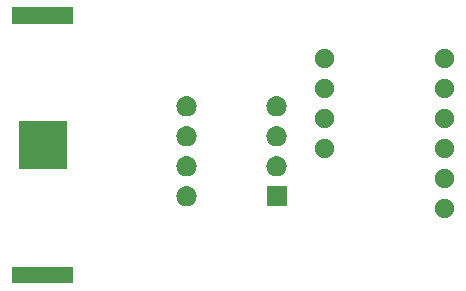
<source format=gbs>
%TF.GenerationSoftware,KiCad,Pcbnew,5.0.0+dfsg1-2*%
%TF.CreationDate,2018-11-25T17:27:35+01:00*%
%TF.ProjectId,LoRa Environmental Sensors,4C6F526120456E7669726F6E6D656E74,01*%
%TF.SameCoordinates,Original*%
%TF.FileFunction,Soldermask,Bot*%
%TF.FilePolarity,Negative*%
%FSLAX46Y46*%
G04 Gerber Fmt 4.6, Leading zero omitted, Abs format (unit mm)*
G04 Created by KiCad (PCBNEW 5.0.0+dfsg1-2) date Sun Nov 25 17:27:35 2018*
%MOMM*%
%LPD*%
G01*
G04 APERTURE LIST*
%ADD10C,0.150000*%
G04 APERTURE END LIST*
D10*
G36*
X142925800Y-89140800D02*
X137744200Y-89140800D01*
X137744200Y-87769200D01*
X142925800Y-87769200D01*
X142925800Y-89140800D01*
X142925800Y-89140800D01*
G37*
G36*
X174608085Y-82022435D02*
X174756004Y-82083705D01*
X174889133Y-82172659D01*
X175002341Y-82285867D01*
X175091295Y-82418996D01*
X175152565Y-82566915D01*
X175183800Y-82723945D01*
X175183800Y-82884055D01*
X175152565Y-83041085D01*
X175091295Y-83189004D01*
X175002341Y-83322133D01*
X174889133Y-83435341D01*
X174756004Y-83524295D01*
X174608085Y-83585565D01*
X174451055Y-83616800D01*
X174290945Y-83616800D01*
X174133915Y-83585565D01*
X173985996Y-83524295D01*
X173852867Y-83435341D01*
X173739659Y-83322133D01*
X173650705Y-83189004D01*
X173589435Y-83041085D01*
X173558200Y-82884055D01*
X173558200Y-82723945D01*
X173589435Y-82566915D01*
X173650705Y-82418996D01*
X173739659Y-82285867D01*
X173852867Y-82172659D01*
X173985996Y-82083705D01*
X174133915Y-82022435D01*
X174290945Y-81991200D01*
X174451055Y-81991200D01*
X174608085Y-82022435D01*
X174608085Y-82022435D01*
G37*
G36*
X160997800Y-82638800D02*
X159296200Y-82638800D01*
X159296200Y-80937200D01*
X160997800Y-80937200D01*
X160997800Y-82638800D01*
X160997800Y-82638800D01*
G37*
G36*
X152693787Y-80949510D02*
X152854160Y-80998160D01*
X152854162Y-80998161D01*
X153001966Y-81077163D01*
X153131517Y-81183483D01*
X153237837Y-81313034D01*
X153316839Y-81460838D01*
X153316840Y-81460840D01*
X153365490Y-81621213D01*
X153381916Y-81788000D01*
X153365490Y-81954787D01*
X153316840Y-82115160D01*
X153316839Y-82115162D01*
X153237837Y-82262966D01*
X153131517Y-82392517D01*
X153001966Y-82498837D01*
X152854162Y-82577839D01*
X152854160Y-82577840D01*
X152693787Y-82626490D01*
X152568794Y-82638800D01*
X152485206Y-82638800D01*
X152360213Y-82626490D01*
X152199840Y-82577840D01*
X152199838Y-82577839D01*
X152052034Y-82498837D01*
X151922483Y-82392517D01*
X151816163Y-82262966D01*
X151737161Y-82115162D01*
X151737160Y-82115160D01*
X151688510Y-81954787D01*
X151672084Y-81788000D01*
X151688510Y-81621213D01*
X151737160Y-81460840D01*
X151737161Y-81460838D01*
X151816163Y-81313034D01*
X151922483Y-81183483D01*
X152052034Y-81077163D01*
X152199838Y-80998161D01*
X152199840Y-80998160D01*
X152360213Y-80949510D01*
X152485206Y-80937200D01*
X152568794Y-80937200D01*
X152693787Y-80949510D01*
X152693787Y-80949510D01*
G37*
G36*
X174608085Y-79482435D02*
X174756004Y-79543705D01*
X174889133Y-79632659D01*
X175002341Y-79745867D01*
X175091295Y-79878996D01*
X175152565Y-80026915D01*
X175183800Y-80183945D01*
X175183800Y-80344055D01*
X175152565Y-80501085D01*
X175091295Y-80649004D01*
X175002341Y-80782133D01*
X174889133Y-80895341D01*
X174756004Y-80984295D01*
X174608085Y-81045565D01*
X174451055Y-81076800D01*
X174290945Y-81076800D01*
X174133915Y-81045565D01*
X173985996Y-80984295D01*
X173852867Y-80895341D01*
X173739659Y-80782133D01*
X173650705Y-80649004D01*
X173589435Y-80501085D01*
X173558200Y-80344055D01*
X173558200Y-80183945D01*
X173589435Y-80026915D01*
X173650705Y-79878996D01*
X173739659Y-79745867D01*
X173852867Y-79632659D01*
X173985996Y-79543705D01*
X174133915Y-79482435D01*
X174290945Y-79451200D01*
X174451055Y-79451200D01*
X174608085Y-79482435D01*
X174608085Y-79482435D01*
G37*
G36*
X160313787Y-78409510D02*
X160474160Y-78458160D01*
X160474162Y-78458161D01*
X160621966Y-78537163D01*
X160751517Y-78643483D01*
X160857837Y-78773034D01*
X160936839Y-78920838D01*
X160936840Y-78920840D01*
X160985490Y-79081213D01*
X161001916Y-79248000D01*
X160985490Y-79414787D01*
X160936840Y-79575160D01*
X160936839Y-79575162D01*
X160857837Y-79722966D01*
X160751517Y-79852517D01*
X160621966Y-79958837D01*
X160474162Y-80037839D01*
X160474160Y-80037840D01*
X160313787Y-80086490D01*
X160188794Y-80098800D01*
X160105206Y-80098800D01*
X159980213Y-80086490D01*
X159819840Y-80037840D01*
X159819838Y-80037839D01*
X159672034Y-79958837D01*
X159542483Y-79852517D01*
X159436163Y-79722966D01*
X159357161Y-79575162D01*
X159357160Y-79575160D01*
X159308510Y-79414787D01*
X159292084Y-79248000D01*
X159308510Y-79081213D01*
X159357160Y-78920840D01*
X159357161Y-78920838D01*
X159436163Y-78773034D01*
X159542483Y-78643483D01*
X159672034Y-78537163D01*
X159819838Y-78458161D01*
X159819840Y-78458160D01*
X159980213Y-78409510D01*
X160105206Y-78397200D01*
X160188794Y-78397200D01*
X160313787Y-78409510D01*
X160313787Y-78409510D01*
G37*
G36*
X152693787Y-78409510D02*
X152854160Y-78458160D01*
X152854162Y-78458161D01*
X153001966Y-78537163D01*
X153131517Y-78643483D01*
X153237837Y-78773034D01*
X153316839Y-78920838D01*
X153316840Y-78920840D01*
X153365490Y-79081213D01*
X153381916Y-79248000D01*
X153365490Y-79414787D01*
X153316840Y-79575160D01*
X153316839Y-79575162D01*
X153237837Y-79722966D01*
X153131517Y-79852517D01*
X153001966Y-79958837D01*
X152854162Y-80037839D01*
X152854160Y-80037840D01*
X152693787Y-80086490D01*
X152568794Y-80098800D01*
X152485206Y-80098800D01*
X152360213Y-80086490D01*
X152199840Y-80037840D01*
X152199838Y-80037839D01*
X152052034Y-79958837D01*
X151922483Y-79852517D01*
X151816163Y-79722966D01*
X151737161Y-79575162D01*
X151737160Y-79575160D01*
X151688510Y-79414787D01*
X151672084Y-79248000D01*
X151688510Y-79081213D01*
X151737160Y-78920840D01*
X151737161Y-78920838D01*
X151816163Y-78773034D01*
X151922483Y-78643483D01*
X152052034Y-78537163D01*
X152199838Y-78458161D01*
X152199840Y-78458160D01*
X152360213Y-78409510D01*
X152485206Y-78397200D01*
X152568794Y-78397200D01*
X152693787Y-78409510D01*
X152693787Y-78409510D01*
G37*
G36*
X142365800Y-79500800D02*
X138304200Y-79500800D01*
X138304200Y-75439200D01*
X142365800Y-75439200D01*
X142365800Y-79500800D01*
X142365800Y-79500800D01*
G37*
G36*
X174608085Y-76942435D02*
X174756004Y-77003705D01*
X174889133Y-77092659D01*
X175002341Y-77205867D01*
X175091295Y-77338996D01*
X175152565Y-77486915D01*
X175183800Y-77643945D01*
X175183800Y-77804055D01*
X175152565Y-77961085D01*
X175091295Y-78109004D01*
X175002341Y-78242133D01*
X174889133Y-78355341D01*
X174756004Y-78444295D01*
X174608085Y-78505565D01*
X174451055Y-78536800D01*
X174290945Y-78536800D01*
X174133915Y-78505565D01*
X173985996Y-78444295D01*
X173852867Y-78355341D01*
X173739659Y-78242133D01*
X173650705Y-78109004D01*
X173589435Y-77961085D01*
X173558200Y-77804055D01*
X173558200Y-77643945D01*
X173589435Y-77486915D01*
X173650705Y-77338996D01*
X173739659Y-77205867D01*
X173852867Y-77092659D01*
X173985996Y-77003705D01*
X174133915Y-76942435D01*
X174290945Y-76911200D01*
X174451055Y-76911200D01*
X174608085Y-76942435D01*
X174608085Y-76942435D01*
G37*
G36*
X164448085Y-76942435D02*
X164596004Y-77003705D01*
X164729133Y-77092659D01*
X164842341Y-77205867D01*
X164931295Y-77338996D01*
X164992565Y-77486915D01*
X165023800Y-77643945D01*
X165023800Y-77804055D01*
X164992565Y-77961085D01*
X164931295Y-78109004D01*
X164842341Y-78242133D01*
X164729133Y-78355341D01*
X164596004Y-78444295D01*
X164448085Y-78505565D01*
X164291055Y-78536800D01*
X164130945Y-78536800D01*
X163973915Y-78505565D01*
X163825996Y-78444295D01*
X163692867Y-78355341D01*
X163579659Y-78242133D01*
X163490705Y-78109004D01*
X163429435Y-77961085D01*
X163398200Y-77804055D01*
X163398200Y-77643945D01*
X163429435Y-77486915D01*
X163490705Y-77338996D01*
X163579659Y-77205867D01*
X163692867Y-77092659D01*
X163825996Y-77003705D01*
X163973915Y-76942435D01*
X164130945Y-76911200D01*
X164291055Y-76911200D01*
X164448085Y-76942435D01*
X164448085Y-76942435D01*
G37*
G36*
X160313787Y-75869510D02*
X160474160Y-75918160D01*
X160474162Y-75918161D01*
X160621966Y-75997163D01*
X160751517Y-76103483D01*
X160857837Y-76233034D01*
X160936839Y-76380838D01*
X160936840Y-76380840D01*
X160985490Y-76541213D01*
X161001916Y-76708000D01*
X160985490Y-76874787D01*
X160936840Y-77035160D01*
X160936839Y-77035162D01*
X160857837Y-77182966D01*
X160751517Y-77312517D01*
X160621966Y-77418837D01*
X160474162Y-77497839D01*
X160474160Y-77497840D01*
X160313787Y-77546490D01*
X160188794Y-77558800D01*
X160105206Y-77558800D01*
X159980213Y-77546490D01*
X159819840Y-77497840D01*
X159819838Y-77497839D01*
X159672034Y-77418837D01*
X159542483Y-77312517D01*
X159436163Y-77182966D01*
X159357161Y-77035162D01*
X159357160Y-77035160D01*
X159308510Y-76874787D01*
X159292084Y-76708000D01*
X159308510Y-76541213D01*
X159357160Y-76380840D01*
X159357161Y-76380838D01*
X159436163Y-76233034D01*
X159542483Y-76103483D01*
X159672034Y-75997163D01*
X159819838Y-75918161D01*
X159819840Y-75918160D01*
X159980213Y-75869510D01*
X160105206Y-75857200D01*
X160188794Y-75857200D01*
X160313787Y-75869510D01*
X160313787Y-75869510D01*
G37*
G36*
X152693787Y-75869510D02*
X152854160Y-75918160D01*
X152854162Y-75918161D01*
X153001966Y-75997163D01*
X153131517Y-76103483D01*
X153237837Y-76233034D01*
X153316839Y-76380838D01*
X153316840Y-76380840D01*
X153365490Y-76541213D01*
X153381916Y-76708000D01*
X153365490Y-76874787D01*
X153316840Y-77035160D01*
X153316839Y-77035162D01*
X153237837Y-77182966D01*
X153131517Y-77312517D01*
X153001966Y-77418837D01*
X152854162Y-77497839D01*
X152854160Y-77497840D01*
X152693787Y-77546490D01*
X152568794Y-77558800D01*
X152485206Y-77558800D01*
X152360213Y-77546490D01*
X152199840Y-77497840D01*
X152199838Y-77497839D01*
X152052034Y-77418837D01*
X151922483Y-77312517D01*
X151816163Y-77182966D01*
X151737161Y-77035162D01*
X151737160Y-77035160D01*
X151688510Y-76874787D01*
X151672084Y-76708000D01*
X151688510Y-76541213D01*
X151737160Y-76380840D01*
X151737161Y-76380838D01*
X151816163Y-76233034D01*
X151922483Y-76103483D01*
X152052034Y-75997163D01*
X152199838Y-75918161D01*
X152199840Y-75918160D01*
X152360213Y-75869510D01*
X152485206Y-75857200D01*
X152568794Y-75857200D01*
X152693787Y-75869510D01*
X152693787Y-75869510D01*
G37*
G36*
X174608085Y-74402435D02*
X174756004Y-74463705D01*
X174889133Y-74552659D01*
X175002341Y-74665867D01*
X175091295Y-74798996D01*
X175152565Y-74946915D01*
X175183800Y-75103945D01*
X175183800Y-75264055D01*
X175152565Y-75421085D01*
X175091295Y-75569004D01*
X175002341Y-75702133D01*
X174889133Y-75815341D01*
X174756004Y-75904295D01*
X174608085Y-75965565D01*
X174451055Y-75996800D01*
X174290945Y-75996800D01*
X174133915Y-75965565D01*
X173985996Y-75904295D01*
X173852867Y-75815341D01*
X173739659Y-75702133D01*
X173650705Y-75569004D01*
X173589435Y-75421085D01*
X173558200Y-75264055D01*
X173558200Y-75103945D01*
X173589435Y-74946915D01*
X173650705Y-74798996D01*
X173739659Y-74665867D01*
X173852867Y-74552659D01*
X173985996Y-74463705D01*
X174133915Y-74402435D01*
X174290945Y-74371200D01*
X174451055Y-74371200D01*
X174608085Y-74402435D01*
X174608085Y-74402435D01*
G37*
G36*
X164448085Y-74402435D02*
X164596004Y-74463705D01*
X164729133Y-74552659D01*
X164842341Y-74665867D01*
X164931295Y-74798996D01*
X164992565Y-74946915D01*
X165023800Y-75103945D01*
X165023800Y-75264055D01*
X164992565Y-75421085D01*
X164931295Y-75569004D01*
X164842341Y-75702133D01*
X164729133Y-75815341D01*
X164596004Y-75904295D01*
X164448085Y-75965565D01*
X164291055Y-75996800D01*
X164130945Y-75996800D01*
X163973915Y-75965565D01*
X163825996Y-75904295D01*
X163692867Y-75815341D01*
X163579659Y-75702133D01*
X163490705Y-75569004D01*
X163429435Y-75421085D01*
X163398200Y-75264055D01*
X163398200Y-75103945D01*
X163429435Y-74946915D01*
X163490705Y-74798996D01*
X163579659Y-74665867D01*
X163692867Y-74552659D01*
X163825996Y-74463705D01*
X163973915Y-74402435D01*
X164130945Y-74371200D01*
X164291055Y-74371200D01*
X164448085Y-74402435D01*
X164448085Y-74402435D01*
G37*
G36*
X152693787Y-73329510D02*
X152854160Y-73378160D01*
X152854162Y-73378161D01*
X153001966Y-73457163D01*
X153131517Y-73563483D01*
X153237837Y-73693034D01*
X153316839Y-73840838D01*
X153316840Y-73840840D01*
X153365490Y-74001213D01*
X153381916Y-74168000D01*
X153365490Y-74334787D01*
X153316840Y-74495160D01*
X153316839Y-74495162D01*
X153237837Y-74642966D01*
X153131517Y-74772517D01*
X153001966Y-74878837D01*
X152854162Y-74957839D01*
X152854160Y-74957840D01*
X152693787Y-75006490D01*
X152568794Y-75018800D01*
X152485206Y-75018800D01*
X152360213Y-75006490D01*
X152199840Y-74957840D01*
X152199838Y-74957839D01*
X152052034Y-74878837D01*
X151922483Y-74772517D01*
X151816163Y-74642966D01*
X151737161Y-74495162D01*
X151737160Y-74495160D01*
X151688510Y-74334787D01*
X151672084Y-74168000D01*
X151688510Y-74001213D01*
X151737160Y-73840840D01*
X151737161Y-73840838D01*
X151816163Y-73693034D01*
X151922483Y-73563483D01*
X152052034Y-73457163D01*
X152199838Y-73378161D01*
X152199840Y-73378160D01*
X152360213Y-73329510D01*
X152485206Y-73317200D01*
X152568794Y-73317200D01*
X152693787Y-73329510D01*
X152693787Y-73329510D01*
G37*
G36*
X160313787Y-73329510D02*
X160474160Y-73378160D01*
X160474162Y-73378161D01*
X160621966Y-73457163D01*
X160751517Y-73563483D01*
X160857837Y-73693034D01*
X160936839Y-73840838D01*
X160936840Y-73840840D01*
X160985490Y-74001213D01*
X161001916Y-74168000D01*
X160985490Y-74334787D01*
X160936840Y-74495160D01*
X160936839Y-74495162D01*
X160857837Y-74642966D01*
X160751517Y-74772517D01*
X160621966Y-74878837D01*
X160474162Y-74957839D01*
X160474160Y-74957840D01*
X160313787Y-75006490D01*
X160188794Y-75018800D01*
X160105206Y-75018800D01*
X159980213Y-75006490D01*
X159819840Y-74957840D01*
X159819838Y-74957839D01*
X159672034Y-74878837D01*
X159542483Y-74772517D01*
X159436163Y-74642966D01*
X159357161Y-74495162D01*
X159357160Y-74495160D01*
X159308510Y-74334787D01*
X159292084Y-74168000D01*
X159308510Y-74001213D01*
X159357160Y-73840840D01*
X159357161Y-73840838D01*
X159436163Y-73693034D01*
X159542483Y-73563483D01*
X159672034Y-73457163D01*
X159819838Y-73378161D01*
X159819840Y-73378160D01*
X159980213Y-73329510D01*
X160105206Y-73317200D01*
X160188794Y-73317200D01*
X160313787Y-73329510D01*
X160313787Y-73329510D01*
G37*
G36*
X174608085Y-71862435D02*
X174756004Y-71923705D01*
X174889133Y-72012659D01*
X175002341Y-72125867D01*
X175091295Y-72258996D01*
X175152565Y-72406915D01*
X175183800Y-72563945D01*
X175183800Y-72724055D01*
X175152565Y-72881085D01*
X175091295Y-73029004D01*
X175002341Y-73162133D01*
X174889133Y-73275341D01*
X174756004Y-73364295D01*
X174608085Y-73425565D01*
X174451055Y-73456800D01*
X174290945Y-73456800D01*
X174133915Y-73425565D01*
X173985996Y-73364295D01*
X173852867Y-73275341D01*
X173739659Y-73162133D01*
X173650705Y-73029004D01*
X173589435Y-72881085D01*
X173558200Y-72724055D01*
X173558200Y-72563945D01*
X173589435Y-72406915D01*
X173650705Y-72258996D01*
X173739659Y-72125867D01*
X173852867Y-72012659D01*
X173985996Y-71923705D01*
X174133915Y-71862435D01*
X174290945Y-71831200D01*
X174451055Y-71831200D01*
X174608085Y-71862435D01*
X174608085Y-71862435D01*
G37*
G36*
X164448085Y-71862435D02*
X164596004Y-71923705D01*
X164729133Y-72012659D01*
X164842341Y-72125867D01*
X164931295Y-72258996D01*
X164992565Y-72406915D01*
X165023800Y-72563945D01*
X165023800Y-72724055D01*
X164992565Y-72881085D01*
X164931295Y-73029004D01*
X164842341Y-73162133D01*
X164729133Y-73275341D01*
X164596004Y-73364295D01*
X164448085Y-73425565D01*
X164291055Y-73456800D01*
X164130945Y-73456800D01*
X163973915Y-73425565D01*
X163825996Y-73364295D01*
X163692867Y-73275341D01*
X163579659Y-73162133D01*
X163490705Y-73029004D01*
X163429435Y-72881085D01*
X163398200Y-72724055D01*
X163398200Y-72563945D01*
X163429435Y-72406915D01*
X163490705Y-72258996D01*
X163579659Y-72125867D01*
X163692867Y-72012659D01*
X163825996Y-71923705D01*
X163973915Y-71862435D01*
X164130945Y-71831200D01*
X164291055Y-71831200D01*
X164448085Y-71862435D01*
X164448085Y-71862435D01*
G37*
G36*
X164448085Y-69322435D02*
X164596004Y-69383705D01*
X164729133Y-69472659D01*
X164842341Y-69585867D01*
X164931295Y-69718996D01*
X164992565Y-69866915D01*
X165023800Y-70023945D01*
X165023800Y-70184055D01*
X164992565Y-70341085D01*
X164931295Y-70489004D01*
X164842341Y-70622133D01*
X164729133Y-70735341D01*
X164596004Y-70824295D01*
X164448085Y-70885565D01*
X164291055Y-70916800D01*
X164130945Y-70916800D01*
X163973915Y-70885565D01*
X163825996Y-70824295D01*
X163692867Y-70735341D01*
X163579659Y-70622133D01*
X163490705Y-70489004D01*
X163429435Y-70341085D01*
X163398200Y-70184055D01*
X163398200Y-70023945D01*
X163429435Y-69866915D01*
X163490705Y-69718996D01*
X163579659Y-69585867D01*
X163692867Y-69472659D01*
X163825996Y-69383705D01*
X163973915Y-69322435D01*
X164130945Y-69291200D01*
X164291055Y-69291200D01*
X164448085Y-69322435D01*
X164448085Y-69322435D01*
G37*
G36*
X174608085Y-69322435D02*
X174756004Y-69383705D01*
X174889133Y-69472659D01*
X175002341Y-69585867D01*
X175091295Y-69718996D01*
X175152565Y-69866915D01*
X175183800Y-70023945D01*
X175183800Y-70184055D01*
X175152565Y-70341085D01*
X175091295Y-70489004D01*
X175002341Y-70622133D01*
X174889133Y-70735341D01*
X174756004Y-70824295D01*
X174608085Y-70885565D01*
X174451055Y-70916800D01*
X174290945Y-70916800D01*
X174133915Y-70885565D01*
X173985996Y-70824295D01*
X173852867Y-70735341D01*
X173739659Y-70622133D01*
X173650705Y-70489004D01*
X173589435Y-70341085D01*
X173558200Y-70184055D01*
X173558200Y-70023945D01*
X173589435Y-69866915D01*
X173650705Y-69718996D01*
X173739659Y-69585867D01*
X173852867Y-69472659D01*
X173985996Y-69383705D01*
X174133915Y-69322435D01*
X174290945Y-69291200D01*
X174451055Y-69291200D01*
X174608085Y-69322435D01*
X174608085Y-69322435D01*
G37*
G36*
X142925800Y-67170800D02*
X137744200Y-67170800D01*
X137744200Y-65799200D01*
X142925800Y-65799200D01*
X142925800Y-67170800D01*
X142925800Y-67170800D01*
G37*
M02*

</source>
